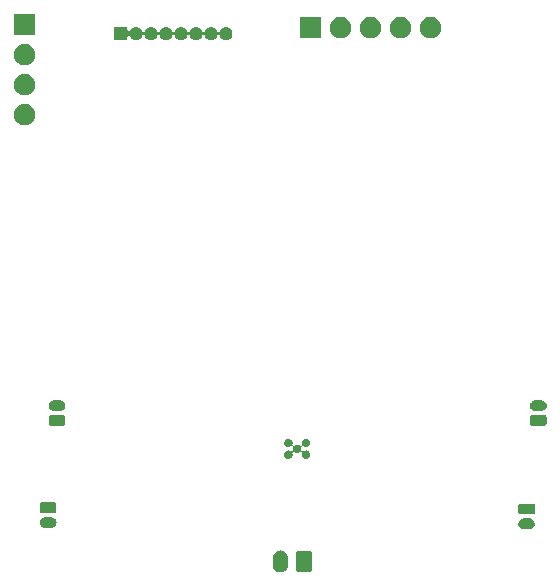
<source format=gbr>
G04 #@! TF.GenerationSoftware,KiCad,Pcbnew,(5.1.5-0-10_14)*
G04 #@! TF.CreationDate,2020-06-08T21:05:12+09:00*
G04 #@! TF.ProjectId,controller_system,636f6e74-726f-46c6-9c65-725f73797374,rev?*
G04 #@! TF.SameCoordinates,Original*
G04 #@! TF.FileFunction,Soldermask,Bot*
G04 #@! TF.FilePolarity,Negative*
%FSLAX46Y46*%
G04 Gerber Fmt 4.6, Leading zero omitted, Abs format (unit mm)*
G04 Created by KiCad (PCBNEW (5.1.5-0-10_14)) date 2020-06-08 21:05:12*
%MOMM*%
%LPD*%
G04 APERTURE LIST*
%ADD10C,0.100000*%
G04 APERTURE END LIST*
D10*
G36*
X163527618Y-127283420D02*
G01*
X163608400Y-127307925D01*
X163650336Y-127320646D01*
X163763425Y-127381094D01*
X163862554Y-127462446D01*
X163943906Y-127561575D01*
X164004354Y-127674664D01*
X164004355Y-127674668D01*
X164041580Y-127797382D01*
X164051000Y-127893027D01*
X164051000Y-128506973D01*
X164041580Y-128602618D01*
X164014040Y-128693404D01*
X164004354Y-128725336D01*
X163943906Y-128838425D01*
X163862554Y-128937553D01*
X163763424Y-129018906D01*
X163650335Y-129079354D01*
X163618403Y-129089040D01*
X163527617Y-129116580D01*
X163400000Y-129129149D01*
X163272382Y-129116580D01*
X163181596Y-129089040D01*
X163149664Y-129079354D01*
X163036575Y-129018906D01*
X162937447Y-128937554D01*
X162856094Y-128838424D01*
X162795646Y-128725335D01*
X162785960Y-128693403D01*
X162758420Y-128602617D01*
X162749000Y-128506972D01*
X162749000Y-127893027D01*
X162758420Y-127797382D01*
X162795645Y-127674668D01*
X162795645Y-127674667D01*
X162827957Y-127614217D01*
X162856095Y-127561574D01*
X162869493Y-127545249D01*
X162937447Y-127462446D01*
X163036576Y-127381094D01*
X163149665Y-127320646D01*
X163191601Y-127307925D01*
X163272383Y-127283420D01*
X163400000Y-127270851D01*
X163527618Y-127283420D01*
G37*
G36*
X165891242Y-127278404D02*
G01*
X165928337Y-127289657D01*
X165962515Y-127307925D01*
X165992481Y-127332519D01*
X166017075Y-127362485D01*
X166035343Y-127396663D01*
X166046596Y-127433758D01*
X166051000Y-127478474D01*
X166051000Y-128921526D01*
X166046596Y-128966242D01*
X166035343Y-129003337D01*
X166017075Y-129037515D01*
X165992481Y-129067481D01*
X165962515Y-129092075D01*
X165928337Y-129110343D01*
X165891242Y-129121596D01*
X165846526Y-129126000D01*
X164953474Y-129126000D01*
X164908758Y-129121596D01*
X164871663Y-129110343D01*
X164837485Y-129092075D01*
X164807519Y-129067481D01*
X164782925Y-129037515D01*
X164764657Y-129003337D01*
X164753404Y-128966242D01*
X164749000Y-128921526D01*
X164749000Y-127478474D01*
X164753404Y-127433758D01*
X164764657Y-127396663D01*
X164782925Y-127362485D01*
X164807519Y-127332519D01*
X164837485Y-127307925D01*
X164871663Y-127289657D01*
X164908758Y-127278404D01*
X164953474Y-127274000D01*
X165846526Y-127274000D01*
X165891242Y-127278404D01*
G37*
G36*
X184588410Y-124555525D02*
G01*
X184673426Y-124581314D01*
X184751775Y-124623193D01*
X184820449Y-124679551D01*
X184876807Y-124748225D01*
X184918686Y-124826574D01*
X184944475Y-124911590D01*
X184953182Y-125000000D01*
X184944475Y-125088410D01*
X184918686Y-125173426D01*
X184876807Y-125251775D01*
X184820449Y-125320449D01*
X184751775Y-125376807D01*
X184673426Y-125418686D01*
X184588410Y-125444475D01*
X184522158Y-125451000D01*
X183977842Y-125451000D01*
X183911590Y-125444475D01*
X183826574Y-125418686D01*
X183748225Y-125376807D01*
X183679551Y-125320449D01*
X183623193Y-125251775D01*
X183581314Y-125173426D01*
X183555525Y-125088410D01*
X183546818Y-125000000D01*
X183555525Y-124911590D01*
X183581314Y-124826574D01*
X183623193Y-124748225D01*
X183679551Y-124679551D01*
X183748225Y-124623193D01*
X183826574Y-124581314D01*
X183911590Y-124555525D01*
X183977842Y-124549000D01*
X184522158Y-124549000D01*
X184588410Y-124555525D01*
G37*
G36*
X144088410Y-124455525D02*
G01*
X144173426Y-124481314D01*
X144251775Y-124523193D01*
X144320449Y-124579551D01*
X144376807Y-124648225D01*
X144418686Y-124726574D01*
X144444475Y-124811590D01*
X144453182Y-124900000D01*
X144444475Y-124988410D01*
X144418686Y-125073426D01*
X144376807Y-125151775D01*
X144320449Y-125220449D01*
X144251775Y-125276807D01*
X144173426Y-125318686D01*
X144088410Y-125344475D01*
X144022158Y-125351000D01*
X143477842Y-125351000D01*
X143411590Y-125344475D01*
X143326574Y-125318686D01*
X143248225Y-125276807D01*
X143179551Y-125220449D01*
X143123193Y-125151775D01*
X143081314Y-125073426D01*
X143055525Y-124988410D01*
X143046818Y-124900000D01*
X143055525Y-124811590D01*
X143081314Y-124726574D01*
X143123193Y-124648225D01*
X143179551Y-124579551D01*
X143248225Y-124523193D01*
X143326574Y-124481314D01*
X143411590Y-124455525D01*
X143477842Y-124449000D01*
X144022158Y-124449000D01*
X144088410Y-124455525D01*
G37*
G36*
X184819683Y-123302725D02*
G01*
X184850143Y-123311966D01*
X184878223Y-123326974D01*
X184902831Y-123347169D01*
X184923026Y-123371777D01*
X184938034Y-123399857D01*
X184947275Y-123430317D01*
X184951000Y-123468140D01*
X184951000Y-124031860D01*
X184947275Y-124069683D01*
X184938034Y-124100143D01*
X184923026Y-124128223D01*
X184902831Y-124152831D01*
X184878223Y-124173026D01*
X184850143Y-124188034D01*
X184819683Y-124197275D01*
X184781860Y-124201000D01*
X183718140Y-124201000D01*
X183680317Y-124197275D01*
X183649857Y-124188034D01*
X183621777Y-124173026D01*
X183597169Y-124152831D01*
X183576974Y-124128223D01*
X183561966Y-124100143D01*
X183552725Y-124069683D01*
X183549000Y-124031860D01*
X183549000Y-123468140D01*
X183552725Y-123430317D01*
X183561966Y-123399857D01*
X183576974Y-123371777D01*
X183597169Y-123347169D01*
X183621777Y-123326974D01*
X183649857Y-123311966D01*
X183680317Y-123302725D01*
X183718140Y-123299000D01*
X184781860Y-123299000D01*
X184819683Y-123302725D01*
G37*
G36*
X144319683Y-123202725D02*
G01*
X144350143Y-123211966D01*
X144378223Y-123226974D01*
X144402831Y-123247169D01*
X144423026Y-123271777D01*
X144438034Y-123299857D01*
X144447275Y-123330317D01*
X144451000Y-123368140D01*
X144451000Y-123931860D01*
X144447275Y-123969683D01*
X144438034Y-124000143D01*
X144423026Y-124028223D01*
X144402831Y-124052831D01*
X144378223Y-124073026D01*
X144350143Y-124088034D01*
X144319683Y-124097275D01*
X144281860Y-124101000D01*
X143218140Y-124101000D01*
X143180317Y-124097275D01*
X143149857Y-124088034D01*
X143121777Y-124073026D01*
X143097169Y-124052831D01*
X143076974Y-124028223D01*
X143061966Y-124000143D01*
X143052725Y-123969683D01*
X143049000Y-123931860D01*
X143049000Y-123368140D01*
X143052725Y-123330317D01*
X143061966Y-123299857D01*
X143076974Y-123271777D01*
X143097169Y-123247169D01*
X143121777Y-123226974D01*
X143149857Y-123211966D01*
X143180317Y-123202725D01*
X143218140Y-123199000D01*
X144281860Y-123199000D01*
X144319683Y-123202725D01*
G37*
G36*
X164193264Y-117817370D02*
G01*
X164193267Y-117817371D01*
X164193266Y-117817371D01*
X164257139Y-117843827D01*
X164314629Y-117882241D01*
X164363521Y-117931133D01*
X164401935Y-117988623D01*
X164423505Y-118040699D01*
X164428392Y-118052498D01*
X164441881Y-118120311D01*
X164441881Y-118189451D01*
X164429665Y-118250864D01*
X164427263Y-118275250D01*
X164429665Y-118299637D01*
X164436778Y-118323086D01*
X164448329Y-118344696D01*
X164463874Y-118363638D01*
X164482816Y-118379184D01*
X164504426Y-118390735D01*
X164527875Y-118397848D01*
X164552261Y-118400250D01*
X164576648Y-118397848D01*
X164600097Y-118390735D01*
X164621708Y-118379184D01*
X164674623Y-118343827D01*
X164738496Y-118317371D01*
X164738495Y-118317371D01*
X164738498Y-118317370D01*
X164806311Y-118303881D01*
X164875451Y-118303881D01*
X164943264Y-118317370D01*
X164943267Y-118317371D01*
X164943266Y-118317371D01*
X165007139Y-118343827D01*
X165060054Y-118379184D01*
X165081665Y-118390735D01*
X165105114Y-118397848D01*
X165129500Y-118400250D01*
X165153886Y-118397848D01*
X165177335Y-118390735D01*
X165198946Y-118379184D01*
X165217887Y-118363639D01*
X165233433Y-118344697D01*
X165244984Y-118323086D01*
X165252097Y-118299637D01*
X165254499Y-118275251D01*
X165252097Y-118250864D01*
X165239881Y-118189451D01*
X165239881Y-118120311D01*
X165253370Y-118052498D01*
X165258257Y-118040699D01*
X165279827Y-117988623D01*
X165318241Y-117931133D01*
X165367133Y-117882241D01*
X165424623Y-117843827D01*
X165488496Y-117817371D01*
X165488495Y-117817371D01*
X165488498Y-117817370D01*
X165556311Y-117803881D01*
X165625451Y-117803881D01*
X165693264Y-117817370D01*
X165693267Y-117817371D01*
X165693266Y-117817371D01*
X165757139Y-117843827D01*
X165814629Y-117882241D01*
X165863521Y-117931133D01*
X165901935Y-117988623D01*
X165923505Y-118040699D01*
X165928392Y-118052498D01*
X165941881Y-118120311D01*
X165941881Y-118189451D01*
X165928392Y-118257264D01*
X165928391Y-118257266D01*
X165901935Y-118321139D01*
X165863521Y-118378629D01*
X165814629Y-118427521D01*
X165757139Y-118465935D01*
X165707064Y-118486676D01*
X165693264Y-118492392D01*
X165625451Y-118505881D01*
X165556311Y-118505881D01*
X165488498Y-118492392D01*
X165474698Y-118486676D01*
X165424623Y-118465935D01*
X165371708Y-118430578D01*
X165350097Y-118419027D01*
X165326648Y-118411914D01*
X165302262Y-118409512D01*
X165277876Y-118411914D01*
X165254427Y-118419027D01*
X165232816Y-118430578D01*
X165213875Y-118446123D01*
X165198329Y-118465065D01*
X165186778Y-118486676D01*
X165179665Y-118510125D01*
X165177263Y-118534511D01*
X165179665Y-118558898D01*
X165191881Y-118620311D01*
X165191881Y-118689451D01*
X165179665Y-118750864D01*
X165177263Y-118775250D01*
X165179665Y-118799637D01*
X165186778Y-118823086D01*
X165198329Y-118844696D01*
X165213874Y-118863638D01*
X165232816Y-118879184D01*
X165254426Y-118890735D01*
X165277875Y-118897848D01*
X165302261Y-118900250D01*
X165326648Y-118897848D01*
X165350097Y-118890735D01*
X165371708Y-118879184D01*
X165424623Y-118843827D01*
X165488496Y-118817371D01*
X165488495Y-118817371D01*
X165488498Y-118817370D01*
X165556311Y-118803881D01*
X165625451Y-118803881D01*
X165693264Y-118817370D01*
X165693267Y-118817371D01*
X165693266Y-118817371D01*
X165757139Y-118843827D01*
X165814629Y-118882241D01*
X165863521Y-118931133D01*
X165901935Y-118988623D01*
X165909083Y-119005881D01*
X165928392Y-119052498D01*
X165941881Y-119120311D01*
X165941881Y-119189451D01*
X165928392Y-119257264D01*
X165928391Y-119257266D01*
X165901935Y-119321139D01*
X165863521Y-119378629D01*
X165814629Y-119427521D01*
X165757139Y-119465935D01*
X165705063Y-119487505D01*
X165693264Y-119492392D01*
X165625451Y-119505881D01*
X165556311Y-119505881D01*
X165488498Y-119492392D01*
X165476699Y-119487505D01*
X165424623Y-119465935D01*
X165367133Y-119427521D01*
X165318241Y-119378629D01*
X165279827Y-119321139D01*
X165253371Y-119257266D01*
X165253370Y-119257264D01*
X165239881Y-119189451D01*
X165239881Y-119120311D01*
X165252097Y-119058897D01*
X165254499Y-119034512D01*
X165252097Y-119010125D01*
X165244984Y-118986676D01*
X165233433Y-118965066D01*
X165217888Y-118946124D01*
X165198946Y-118930578D01*
X165177336Y-118919027D01*
X165153887Y-118911914D01*
X165129501Y-118909512D01*
X165105114Y-118911914D01*
X165081665Y-118919027D01*
X165060054Y-118930578D01*
X165007139Y-118965935D01*
X164957064Y-118986676D01*
X164943264Y-118992392D01*
X164875451Y-119005881D01*
X164806311Y-119005881D01*
X164738498Y-118992392D01*
X164724698Y-118986676D01*
X164674623Y-118965935D01*
X164621708Y-118930578D01*
X164600097Y-118919027D01*
X164576648Y-118911914D01*
X164552262Y-118909512D01*
X164527876Y-118911914D01*
X164504427Y-118919027D01*
X164482816Y-118930578D01*
X164463875Y-118946123D01*
X164448329Y-118965065D01*
X164436778Y-118986676D01*
X164429665Y-119010125D01*
X164427263Y-119034511D01*
X164429665Y-119058897D01*
X164441881Y-119120311D01*
X164441881Y-119189451D01*
X164428392Y-119257264D01*
X164428391Y-119257266D01*
X164401935Y-119321139D01*
X164363521Y-119378629D01*
X164314629Y-119427521D01*
X164257139Y-119465935D01*
X164205063Y-119487505D01*
X164193264Y-119492392D01*
X164125451Y-119505881D01*
X164056311Y-119505881D01*
X163988498Y-119492392D01*
X163976699Y-119487505D01*
X163924623Y-119465935D01*
X163867133Y-119427521D01*
X163818241Y-119378629D01*
X163779827Y-119321139D01*
X163753371Y-119257266D01*
X163753370Y-119257264D01*
X163739881Y-119189451D01*
X163739881Y-119120311D01*
X163753370Y-119052498D01*
X163772679Y-119005881D01*
X163779827Y-118988623D01*
X163818241Y-118931133D01*
X163867133Y-118882241D01*
X163924623Y-118843827D01*
X163988496Y-118817371D01*
X163988495Y-118817371D01*
X163988498Y-118817370D01*
X164056311Y-118803881D01*
X164125451Y-118803881D01*
X164193264Y-118817370D01*
X164193267Y-118817371D01*
X164193266Y-118817371D01*
X164257139Y-118843827D01*
X164310054Y-118879184D01*
X164331665Y-118890735D01*
X164355114Y-118897848D01*
X164379500Y-118900250D01*
X164403886Y-118897848D01*
X164427335Y-118890735D01*
X164448946Y-118879184D01*
X164467887Y-118863639D01*
X164483433Y-118844697D01*
X164494984Y-118823086D01*
X164502097Y-118799637D01*
X164504499Y-118775251D01*
X164502097Y-118750864D01*
X164489881Y-118689451D01*
X164489881Y-118620311D01*
X164502097Y-118558898D01*
X164504499Y-118534512D01*
X164502097Y-118510125D01*
X164494984Y-118486676D01*
X164483433Y-118465066D01*
X164467888Y-118446124D01*
X164448946Y-118430578D01*
X164427336Y-118419027D01*
X164403887Y-118411914D01*
X164379501Y-118409512D01*
X164355114Y-118411914D01*
X164331665Y-118419027D01*
X164310054Y-118430578D01*
X164257139Y-118465935D01*
X164207064Y-118486676D01*
X164193264Y-118492392D01*
X164125451Y-118505881D01*
X164056311Y-118505881D01*
X163988498Y-118492392D01*
X163974698Y-118486676D01*
X163924623Y-118465935D01*
X163867133Y-118427521D01*
X163818241Y-118378629D01*
X163779827Y-118321139D01*
X163753371Y-118257266D01*
X163753370Y-118257264D01*
X163739881Y-118189451D01*
X163739881Y-118120311D01*
X163753370Y-118052498D01*
X163758257Y-118040699D01*
X163779827Y-117988623D01*
X163818241Y-117931133D01*
X163867133Y-117882241D01*
X163924623Y-117843827D01*
X163988496Y-117817371D01*
X163988495Y-117817371D01*
X163988498Y-117817370D01*
X164056311Y-117803881D01*
X164125451Y-117803881D01*
X164193264Y-117817370D01*
G37*
G36*
X185819683Y-115802725D02*
G01*
X185850143Y-115811966D01*
X185878223Y-115826974D01*
X185902831Y-115847169D01*
X185923026Y-115871777D01*
X185938034Y-115899857D01*
X185947275Y-115930317D01*
X185951000Y-115968140D01*
X185951000Y-116531860D01*
X185947275Y-116569683D01*
X185938034Y-116600143D01*
X185923026Y-116628223D01*
X185902831Y-116652831D01*
X185878223Y-116673026D01*
X185850143Y-116688034D01*
X185819683Y-116697275D01*
X185781860Y-116701000D01*
X184718140Y-116701000D01*
X184680317Y-116697275D01*
X184649857Y-116688034D01*
X184621777Y-116673026D01*
X184597169Y-116652831D01*
X184576974Y-116628223D01*
X184561966Y-116600143D01*
X184552725Y-116569683D01*
X184549000Y-116531860D01*
X184549000Y-115968140D01*
X184552725Y-115930317D01*
X184561966Y-115899857D01*
X184576974Y-115871777D01*
X184597169Y-115847169D01*
X184621777Y-115826974D01*
X184649857Y-115811966D01*
X184680317Y-115802725D01*
X184718140Y-115799000D01*
X185781860Y-115799000D01*
X185819683Y-115802725D01*
G37*
G36*
X145069683Y-115802725D02*
G01*
X145100143Y-115811966D01*
X145128223Y-115826974D01*
X145152831Y-115847169D01*
X145173026Y-115871777D01*
X145188034Y-115899857D01*
X145197275Y-115930317D01*
X145201000Y-115968140D01*
X145201000Y-116531860D01*
X145197275Y-116569683D01*
X145188034Y-116600143D01*
X145173026Y-116628223D01*
X145152831Y-116652831D01*
X145128223Y-116673026D01*
X145100143Y-116688034D01*
X145069683Y-116697275D01*
X145031860Y-116701000D01*
X143968140Y-116701000D01*
X143930317Y-116697275D01*
X143899857Y-116688034D01*
X143871777Y-116673026D01*
X143847169Y-116652831D01*
X143826974Y-116628223D01*
X143811966Y-116600143D01*
X143802725Y-116569683D01*
X143799000Y-116531860D01*
X143799000Y-115968140D01*
X143802725Y-115930317D01*
X143811966Y-115899857D01*
X143826974Y-115871777D01*
X143847169Y-115847169D01*
X143871777Y-115826974D01*
X143899857Y-115811966D01*
X143930317Y-115802725D01*
X143968140Y-115799000D01*
X145031860Y-115799000D01*
X145069683Y-115802725D01*
G37*
G36*
X144838410Y-114555525D02*
G01*
X144923426Y-114581314D01*
X145001775Y-114623193D01*
X145070449Y-114679551D01*
X145126807Y-114748225D01*
X145168686Y-114826574D01*
X145194475Y-114911590D01*
X145203182Y-115000000D01*
X145194475Y-115088410D01*
X145168686Y-115173426D01*
X145126807Y-115251775D01*
X145070449Y-115320449D01*
X145001775Y-115376807D01*
X144923426Y-115418686D01*
X144838410Y-115444475D01*
X144772158Y-115451000D01*
X144227842Y-115451000D01*
X144161590Y-115444475D01*
X144076574Y-115418686D01*
X143998225Y-115376807D01*
X143929551Y-115320449D01*
X143873193Y-115251775D01*
X143831314Y-115173426D01*
X143805525Y-115088410D01*
X143796818Y-115000000D01*
X143805525Y-114911590D01*
X143831314Y-114826574D01*
X143873193Y-114748225D01*
X143929551Y-114679551D01*
X143998225Y-114623193D01*
X144076574Y-114581314D01*
X144161590Y-114555525D01*
X144227842Y-114549000D01*
X144772158Y-114549000D01*
X144838410Y-114555525D01*
G37*
G36*
X185588410Y-114555525D02*
G01*
X185673426Y-114581314D01*
X185751775Y-114623193D01*
X185820449Y-114679551D01*
X185876807Y-114748225D01*
X185918686Y-114826574D01*
X185944475Y-114911590D01*
X185953182Y-115000000D01*
X185944475Y-115088410D01*
X185918686Y-115173426D01*
X185876807Y-115251775D01*
X185820449Y-115320449D01*
X185751775Y-115376807D01*
X185673426Y-115418686D01*
X185588410Y-115444475D01*
X185522158Y-115451000D01*
X184977842Y-115451000D01*
X184911590Y-115444475D01*
X184826574Y-115418686D01*
X184748225Y-115376807D01*
X184679551Y-115320449D01*
X184623193Y-115251775D01*
X184581314Y-115173426D01*
X184555525Y-115088410D01*
X184546818Y-115000000D01*
X184555525Y-114911590D01*
X184581314Y-114826574D01*
X184623193Y-114748225D01*
X184679551Y-114679551D01*
X184748225Y-114623193D01*
X184826574Y-114581314D01*
X184911590Y-114555525D01*
X184977842Y-114549000D01*
X185522158Y-114549000D01*
X185588410Y-114555525D01*
G37*
G36*
X141863512Y-89473927D02*
G01*
X142012812Y-89503624D01*
X142176784Y-89571544D01*
X142324354Y-89670147D01*
X142449853Y-89795646D01*
X142548456Y-89943216D01*
X142616376Y-90107188D01*
X142651000Y-90281259D01*
X142651000Y-90458741D01*
X142616376Y-90632812D01*
X142548456Y-90796784D01*
X142449853Y-90944354D01*
X142324354Y-91069853D01*
X142176784Y-91168456D01*
X142012812Y-91236376D01*
X141863512Y-91266073D01*
X141838742Y-91271000D01*
X141661258Y-91271000D01*
X141636488Y-91266073D01*
X141487188Y-91236376D01*
X141323216Y-91168456D01*
X141175646Y-91069853D01*
X141050147Y-90944354D01*
X140951544Y-90796784D01*
X140883624Y-90632812D01*
X140849000Y-90458741D01*
X140849000Y-90281259D01*
X140883624Y-90107188D01*
X140951544Y-89943216D01*
X141050147Y-89795646D01*
X141175646Y-89670147D01*
X141323216Y-89571544D01*
X141487188Y-89503624D01*
X141636488Y-89473927D01*
X141661258Y-89469000D01*
X141838742Y-89469000D01*
X141863512Y-89473927D01*
G37*
G36*
X141863512Y-86933927D02*
G01*
X142012812Y-86963624D01*
X142176784Y-87031544D01*
X142324354Y-87130147D01*
X142449853Y-87255646D01*
X142548456Y-87403216D01*
X142616376Y-87567188D01*
X142651000Y-87741259D01*
X142651000Y-87918741D01*
X142616376Y-88092812D01*
X142548456Y-88256784D01*
X142449853Y-88404354D01*
X142324354Y-88529853D01*
X142176784Y-88628456D01*
X142012812Y-88696376D01*
X141863512Y-88726073D01*
X141838742Y-88731000D01*
X141661258Y-88731000D01*
X141636488Y-88726073D01*
X141487188Y-88696376D01*
X141323216Y-88628456D01*
X141175646Y-88529853D01*
X141050147Y-88404354D01*
X140951544Y-88256784D01*
X140883624Y-88092812D01*
X140849000Y-87918741D01*
X140849000Y-87741259D01*
X140883624Y-87567188D01*
X140951544Y-87403216D01*
X141050147Y-87255646D01*
X141175646Y-87130147D01*
X141323216Y-87031544D01*
X141487188Y-86963624D01*
X141636488Y-86933927D01*
X141661258Y-86929000D01*
X141838742Y-86929000D01*
X141863512Y-86933927D01*
G37*
G36*
X141863512Y-84393927D02*
G01*
X142012812Y-84423624D01*
X142176784Y-84491544D01*
X142324354Y-84590147D01*
X142449853Y-84715646D01*
X142548456Y-84863216D01*
X142616376Y-85027188D01*
X142651000Y-85201259D01*
X142651000Y-85378741D01*
X142616376Y-85552812D01*
X142548456Y-85716784D01*
X142449853Y-85864354D01*
X142324354Y-85989853D01*
X142176784Y-86088456D01*
X142012812Y-86156376D01*
X141863512Y-86186073D01*
X141838742Y-86191000D01*
X141661258Y-86191000D01*
X141636488Y-86186073D01*
X141487188Y-86156376D01*
X141323216Y-86088456D01*
X141175646Y-85989853D01*
X141050147Y-85864354D01*
X140951544Y-85716784D01*
X140883624Y-85552812D01*
X140849000Y-85378741D01*
X140849000Y-85201259D01*
X140883624Y-85027188D01*
X140951544Y-84863216D01*
X141050147Y-84715646D01*
X141175646Y-84590147D01*
X141323216Y-84491544D01*
X141487188Y-84423624D01*
X141636488Y-84393927D01*
X141661258Y-84389000D01*
X141838742Y-84389000D01*
X141863512Y-84393927D01*
G37*
G36*
X150451000Y-83172218D02*
G01*
X150453402Y-83196604D01*
X150460515Y-83220053D01*
X150472066Y-83241664D01*
X150487611Y-83260606D01*
X150506553Y-83276151D01*
X150528164Y-83287702D01*
X150551613Y-83294815D01*
X150575999Y-83297217D01*
X150600385Y-83294815D01*
X150623834Y-83287702D01*
X150645445Y-83276151D01*
X150664387Y-83260606D01*
X150679932Y-83241664D01*
X150742009Y-83148760D01*
X150742010Y-83148758D01*
X150818758Y-83072010D01*
X150909004Y-83011710D01*
X150909005Y-83011709D01*
X151009279Y-82970174D01*
X151115730Y-82949000D01*
X151224270Y-82949000D01*
X151330721Y-82970174D01*
X151430995Y-83011709D01*
X151430996Y-83011710D01*
X151521242Y-83072010D01*
X151597990Y-83148758D01*
X151597991Y-83148760D01*
X151658291Y-83239005D01*
X151689516Y-83314389D01*
X151701067Y-83336000D01*
X151716612Y-83354941D01*
X151735554Y-83370487D01*
X151757165Y-83382038D01*
X151780614Y-83389151D01*
X151805000Y-83391553D01*
X151829386Y-83389151D01*
X151852835Y-83382038D01*
X151874446Y-83370487D01*
X151893387Y-83354942D01*
X151908933Y-83336000D01*
X151920484Y-83314389D01*
X151951709Y-83239005D01*
X152012009Y-83148760D01*
X152012010Y-83148758D01*
X152088758Y-83072010D01*
X152179004Y-83011710D01*
X152179005Y-83011709D01*
X152279279Y-82970174D01*
X152385730Y-82949000D01*
X152494270Y-82949000D01*
X152600721Y-82970174D01*
X152700995Y-83011709D01*
X152700996Y-83011710D01*
X152791242Y-83072010D01*
X152867990Y-83148758D01*
X152867991Y-83148760D01*
X152928291Y-83239005D01*
X152959516Y-83314389D01*
X152971067Y-83336000D01*
X152986612Y-83354941D01*
X153005554Y-83370487D01*
X153027165Y-83382038D01*
X153050614Y-83389151D01*
X153075000Y-83391553D01*
X153099386Y-83389151D01*
X153122835Y-83382038D01*
X153144446Y-83370487D01*
X153163387Y-83354942D01*
X153178933Y-83336000D01*
X153190484Y-83314389D01*
X153221709Y-83239005D01*
X153282009Y-83148760D01*
X153282010Y-83148758D01*
X153358758Y-83072010D01*
X153449004Y-83011710D01*
X153449005Y-83011709D01*
X153549279Y-82970174D01*
X153655730Y-82949000D01*
X153764270Y-82949000D01*
X153870721Y-82970174D01*
X153970995Y-83011709D01*
X153970996Y-83011710D01*
X154061242Y-83072010D01*
X154137990Y-83148758D01*
X154137991Y-83148760D01*
X154198291Y-83239005D01*
X154229516Y-83314389D01*
X154241067Y-83336000D01*
X154256612Y-83354941D01*
X154275554Y-83370487D01*
X154297165Y-83382038D01*
X154320614Y-83389151D01*
X154345000Y-83391553D01*
X154369386Y-83389151D01*
X154392835Y-83382038D01*
X154414446Y-83370487D01*
X154433387Y-83354942D01*
X154448933Y-83336000D01*
X154460484Y-83314389D01*
X154491709Y-83239005D01*
X154552009Y-83148760D01*
X154552010Y-83148758D01*
X154628758Y-83072010D01*
X154719004Y-83011710D01*
X154719005Y-83011709D01*
X154819279Y-82970174D01*
X154925730Y-82949000D01*
X155034270Y-82949000D01*
X155140721Y-82970174D01*
X155240995Y-83011709D01*
X155240996Y-83011710D01*
X155331242Y-83072010D01*
X155407990Y-83148758D01*
X155407991Y-83148760D01*
X155468291Y-83239005D01*
X155499516Y-83314389D01*
X155511067Y-83336000D01*
X155526612Y-83354941D01*
X155545554Y-83370487D01*
X155567165Y-83382038D01*
X155590614Y-83389151D01*
X155615000Y-83391553D01*
X155639386Y-83389151D01*
X155662835Y-83382038D01*
X155684446Y-83370487D01*
X155703387Y-83354942D01*
X155718933Y-83336000D01*
X155730484Y-83314389D01*
X155761709Y-83239005D01*
X155822009Y-83148760D01*
X155822010Y-83148758D01*
X155898758Y-83072010D01*
X155989004Y-83011710D01*
X155989005Y-83011709D01*
X156089279Y-82970174D01*
X156195730Y-82949000D01*
X156304270Y-82949000D01*
X156410721Y-82970174D01*
X156510995Y-83011709D01*
X156510996Y-83011710D01*
X156601242Y-83072010D01*
X156677990Y-83148758D01*
X156677991Y-83148760D01*
X156738291Y-83239005D01*
X156769516Y-83314389D01*
X156781067Y-83336000D01*
X156796612Y-83354941D01*
X156815554Y-83370487D01*
X156837165Y-83382038D01*
X156860614Y-83389151D01*
X156885000Y-83391553D01*
X156909386Y-83389151D01*
X156932835Y-83382038D01*
X156954446Y-83370487D01*
X156973387Y-83354942D01*
X156988933Y-83336000D01*
X157000484Y-83314389D01*
X157031709Y-83239005D01*
X157092009Y-83148760D01*
X157092010Y-83148758D01*
X157168758Y-83072010D01*
X157259004Y-83011710D01*
X157259005Y-83011709D01*
X157359279Y-82970174D01*
X157465730Y-82949000D01*
X157574270Y-82949000D01*
X157680721Y-82970174D01*
X157780995Y-83011709D01*
X157780996Y-83011710D01*
X157871242Y-83072010D01*
X157947990Y-83148758D01*
X157947991Y-83148760D01*
X158008291Y-83239005D01*
X158039516Y-83314389D01*
X158051067Y-83336000D01*
X158066612Y-83354941D01*
X158085554Y-83370487D01*
X158107165Y-83382038D01*
X158130614Y-83389151D01*
X158155000Y-83391553D01*
X158179386Y-83389151D01*
X158202835Y-83382038D01*
X158224446Y-83370487D01*
X158243387Y-83354942D01*
X158258933Y-83336000D01*
X158270484Y-83314389D01*
X158301709Y-83239005D01*
X158362009Y-83148760D01*
X158362010Y-83148758D01*
X158438758Y-83072010D01*
X158529004Y-83011710D01*
X158529005Y-83011709D01*
X158629279Y-82970174D01*
X158735730Y-82949000D01*
X158844270Y-82949000D01*
X158950721Y-82970174D01*
X159050995Y-83011709D01*
X159050996Y-83011710D01*
X159141242Y-83072010D01*
X159217990Y-83148758D01*
X159217991Y-83148760D01*
X159278291Y-83239005D01*
X159319826Y-83339279D01*
X159341000Y-83445730D01*
X159341000Y-83554270D01*
X159319826Y-83660721D01*
X159278291Y-83760995D01*
X159278290Y-83760996D01*
X159217990Y-83851242D01*
X159141242Y-83927990D01*
X159095812Y-83958345D01*
X159050995Y-83988291D01*
X158950721Y-84029826D01*
X158844270Y-84051000D01*
X158735730Y-84051000D01*
X158629279Y-84029826D01*
X158529005Y-83988291D01*
X158484188Y-83958345D01*
X158438758Y-83927990D01*
X158362010Y-83851242D01*
X158301710Y-83760996D01*
X158301709Y-83760995D01*
X158270484Y-83685611D01*
X158258933Y-83664000D01*
X158243388Y-83645059D01*
X158224446Y-83629513D01*
X158202835Y-83617962D01*
X158179386Y-83610849D01*
X158155000Y-83608447D01*
X158130614Y-83610849D01*
X158107165Y-83617962D01*
X158085554Y-83629513D01*
X158066613Y-83645058D01*
X158051067Y-83664000D01*
X158039516Y-83685611D01*
X158008291Y-83760995D01*
X158008290Y-83760996D01*
X157947990Y-83851242D01*
X157871242Y-83927990D01*
X157825812Y-83958345D01*
X157780995Y-83988291D01*
X157680721Y-84029826D01*
X157574270Y-84051000D01*
X157465730Y-84051000D01*
X157359279Y-84029826D01*
X157259005Y-83988291D01*
X157214188Y-83958345D01*
X157168758Y-83927990D01*
X157092010Y-83851242D01*
X157031710Y-83760996D01*
X157031709Y-83760995D01*
X157000484Y-83685611D01*
X156988933Y-83664000D01*
X156973388Y-83645059D01*
X156954446Y-83629513D01*
X156932835Y-83617962D01*
X156909386Y-83610849D01*
X156885000Y-83608447D01*
X156860614Y-83610849D01*
X156837165Y-83617962D01*
X156815554Y-83629513D01*
X156796613Y-83645058D01*
X156781067Y-83664000D01*
X156769516Y-83685611D01*
X156738291Y-83760995D01*
X156738290Y-83760996D01*
X156677990Y-83851242D01*
X156601242Y-83927990D01*
X156555812Y-83958345D01*
X156510995Y-83988291D01*
X156410721Y-84029826D01*
X156304270Y-84051000D01*
X156195730Y-84051000D01*
X156089279Y-84029826D01*
X155989005Y-83988291D01*
X155944188Y-83958345D01*
X155898758Y-83927990D01*
X155822010Y-83851242D01*
X155761710Y-83760996D01*
X155761709Y-83760995D01*
X155730484Y-83685611D01*
X155718933Y-83664000D01*
X155703388Y-83645059D01*
X155684446Y-83629513D01*
X155662835Y-83617962D01*
X155639386Y-83610849D01*
X155615000Y-83608447D01*
X155590614Y-83610849D01*
X155567165Y-83617962D01*
X155545554Y-83629513D01*
X155526613Y-83645058D01*
X155511067Y-83664000D01*
X155499516Y-83685611D01*
X155468291Y-83760995D01*
X155468290Y-83760996D01*
X155407990Y-83851242D01*
X155331242Y-83927990D01*
X155285812Y-83958345D01*
X155240995Y-83988291D01*
X155140721Y-84029826D01*
X155034270Y-84051000D01*
X154925730Y-84051000D01*
X154819279Y-84029826D01*
X154719005Y-83988291D01*
X154674188Y-83958345D01*
X154628758Y-83927990D01*
X154552010Y-83851242D01*
X154491710Y-83760996D01*
X154491709Y-83760995D01*
X154460484Y-83685611D01*
X154448933Y-83664000D01*
X154433388Y-83645059D01*
X154414446Y-83629513D01*
X154392835Y-83617962D01*
X154369386Y-83610849D01*
X154345000Y-83608447D01*
X154320614Y-83610849D01*
X154297165Y-83617962D01*
X154275554Y-83629513D01*
X154256613Y-83645058D01*
X154241067Y-83664000D01*
X154229516Y-83685611D01*
X154198291Y-83760995D01*
X154198290Y-83760996D01*
X154137990Y-83851242D01*
X154061242Y-83927990D01*
X154015812Y-83958345D01*
X153970995Y-83988291D01*
X153870721Y-84029826D01*
X153764270Y-84051000D01*
X153655730Y-84051000D01*
X153549279Y-84029826D01*
X153449005Y-83988291D01*
X153404188Y-83958345D01*
X153358758Y-83927990D01*
X153282010Y-83851242D01*
X153221710Y-83760996D01*
X153221709Y-83760995D01*
X153190484Y-83685611D01*
X153178933Y-83664000D01*
X153163388Y-83645059D01*
X153144446Y-83629513D01*
X153122835Y-83617962D01*
X153099386Y-83610849D01*
X153075000Y-83608447D01*
X153050614Y-83610849D01*
X153027165Y-83617962D01*
X153005554Y-83629513D01*
X152986613Y-83645058D01*
X152971067Y-83664000D01*
X152959516Y-83685611D01*
X152928291Y-83760995D01*
X152928290Y-83760996D01*
X152867990Y-83851242D01*
X152791242Y-83927990D01*
X152745812Y-83958345D01*
X152700995Y-83988291D01*
X152600721Y-84029826D01*
X152494270Y-84051000D01*
X152385730Y-84051000D01*
X152279279Y-84029826D01*
X152179005Y-83988291D01*
X152134188Y-83958345D01*
X152088758Y-83927990D01*
X152012010Y-83851242D01*
X151951710Y-83760996D01*
X151951709Y-83760995D01*
X151920484Y-83685611D01*
X151908933Y-83664000D01*
X151893388Y-83645059D01*
X151874446Y-83629513D01*
X151852835Y-83617962D01*
X151829386Y-83610849D01*
X151805000Y-83608447D01*
X151780614Y-83610849D01*
X151757165Y-83617962D01*
X151735554Y-83629513D01*
X151716613Y-83645058D01*
X151701067Y-83664000D01*
X151689516Y-83685611D01*
X151658291Y-83760995D01*
X151658290Y-83760996D01*
X151597990Y-83851242D01*
X151521242Y-83927990D01*
X151475812Y-83958345D01*
X151430995Y-83988291D01*
X151330721Y-84029826D01*
X151224270Y-84051000D01*
X151115730Y-84051000D01*
X151009279Y-84029826D01*
X150909005Y-83988291D01*
X150864188Y-83958345D01*
X150818758Y-83927990D01*
X150742010Y-83851242D01*
X150721012Y-83819816D01*
X150679932Y-83758336D01*
X150664386Y-83739394D01*
X150645444Y-83723849D01*
X150623833Y-83712298D01*
X150600385Y-83705185D01*
X150575998Y-83702783D01*
X150551612Y-83705185D01*
X150528163Y-83712298D01*
X150506553Y-83723849D01*
X150487611Y-83739395D01*
X150472066Y-83758337D01*
X150460515Y-83779948D01*
X150453402Y-83803396D01*
X150451000Y-83827782D01*
X150451000Y-84051000D01*
X149349000Y-84051000D01*
X149349000Y-82949000D01*
X150451000Y-82949000D01*
X150451000Y-83172218D01*
G37*
G36*
X166861000Y-83901000D02*
G01*
X165059000Y-83901000D01*
X165059000Y-82099000D01*
X166861000Y-82099000D01*
X166861000Y-83901000D01*
G37*
G36*
X173693512Y-82103927D02*
G01*
X173842812Y-82133624D01*
X174006784Y-82201544D01*
X174154354Y-82300147D01*
X174279853Y-82425646D01*
X174378456Y-82573216D01*
X174446376Y-82737188D01*
X174481000Y-82911259D01*
X174481000Y-83088741D01*
X174446376Y-83262812D01*
X174378456Y-83426784D01*
X174279853Y-83574354D01*
X174154354Y-83699853D01*
X174006784Y-83798456D01*
X173842812Y-83866376D01*
X173693512Y-83896073D01*
X173668742Y-83901000D01*
X173491258Y-83901000D01*
X173466488Y-83896073D01*
X173317188Y-83866376D01*
X173153216Y-83798456D01*
X173005646Y-83699853D01*
X172880147Y-83574354D01*
X172781544Y-83426784D01*
X172713624Y-83262812D01*
X172679000Y-83088741D01*
X172679000Y-82911259D01*
X172713624Y-82737188D01*
X172781544Y-82573216D01*
X172880147Y-82425646D01*
X173005646Y-82300147D01*
X173153216Y-82201544D01*
X173317188Y-82133624D01*
X173466488Y-82103927D01*
X173491258Y-82099000D01*
X173668742Y-82099000D01*
X173693512Y-82103927D01*
G37*
G36*
X171153512Y-82103927D02*
G01*
X171302812Y-82133624D01*
X171466784Y-82201544D01*
X171614354Y-82300147D01*
X171739853Y-82425646D01*
X171838456Y-82573216D01*
X171906376Y-82737188D01*
X171941000Y-82911259D01*
X171941000Y-83088741D01*
X171906376Y-83262812D01*
X171838456Y-83426784D01*
X171739853Y-83574354D01*
X171614354Y-83699853D01*
X171466784Y-83798456D01*
X171302812Y-83866376D01*
X171153512Y-83896073D01*
X171128742Y-83901000D01*
X170951258Y-83901000D01*
X170926488Y-83896073D01*
X170777188Y-83866376D01*
X170613216Y-83798456D01*
X170465646Y-83699853D01*
X170340147Y-83574354D01*
X170241544Y-83426784D01*
X170173624Y-83262812D01*
X170139000Y-83088741D01*
X170139000Y-82911259D01*
X170173624Y-82737188D01*
X170241544Y-82573216D01*
X170340147Y-82425646D01*
X170465646Y-82300147D01*
X170613216Y-82201544D01*
X170777188Y-82133624D01*
X170926488Y-82103927D01*
X170951258Y-82099000D01*
X171128742Y-82099000D01*
X171153512Y-82103927D01*
G37*
G36*
X168613512Y-82103927D02*
G01*
X168762812Y-82133624D01*
X168926784Y-82201544D01*
X169074354Y-82300147D01*
X169199853Y-82425646D01*
X169298456Y-82573216D01*
X169366376Y-82737188D01*
X169401000Y-82911259D01*
X169401000Y-83088741D01*
X169366376Y-83262812D01*
X169298456Y-83426784D01*
X169199853Y-83574354D01*
X169074354Y-83699853D01*
X168926784Y-83798456D01*
X168762812Y-83866376D01*
X168613512Y-83896073D01*
X168588742Y-83901000D01*
X168411258Y-83901000D01*
X168386488Y-83896073D01*
X168237188Y-83866376D01*
X168073216Y-83798456D01*
X167925646Y-83699853D01*
X167800147Y-83574354D01*
X167701544Y-83426784D01*
X167633624Y-83262812D01*
X167599000Y-83088741D01*
X167599000Y-82911259D01*
X167633624Y-82737188D01*
X167701544Y-82573216D01*
X167800147Y-82425646D01*
X167925646Y-82300147D01*
X168073216Y-82201544D01*
X168237188Y-82133624D01*
X168386488Y-82103927D01*
X168411258Y-82099000D01*
X168588742Y-82099000D01*
X168613512Y-82103927D01*
G37*
G36*
X176233512Y-82103927D02*
G01*
X176382812Y-82133624D01*
X176546784Y-82201544D01*
X176694354Y-82300147D01*
X176819853Y-82425646D01*
X176918456Y-82573216D01*
X176986376Y-82737188D01*
X177021000Y-82911259D01*
X177021000Y-83088741D01*
X176986376Y-83262812D01*
X176918456Y-83426784D01*
X176819853Y-83574354D01*
X176694354Y-83699853D01*
X176546784Y-83798456D01*
X176382812Y-83866376D01*
X176233512Y-83896073D01*
X176208742Y-83901000D01*
X176031258Y-83901000D01*
X176006488Y-83896073D01*
X175857188Y-83866376D01*
X175693216Y-83798456D01*
X175545646Y-83699853D01*
X175420147Y-83574354D01*
X175321544Y-83426784D01*
X175253624Y-83262812D01*
X175219000Y-83088741D01*
X175219000Y-82911259D01*
X175253624Y-82737188D01*
X175321544Y-82573216D01*
X175420147Y-82425646D01*
X175545646Y-82300147D01*
X175693216Y-82201544D01*
X175857188Y-82133624D01*
X176006488Y-82103927D01*
X176031258Y-82099000D01*
X176208742Y-82099000D01*
X176233512Y-82103927D01*
G37*
G36*
X142651000Y-83651000D02*
G01*
X140849000Y-83651000D01*
X140849000Y-81849000D01*
X142651000Y-81849000D01*
X142651000Y-83651000D01*
G37*
M02*

</source>
